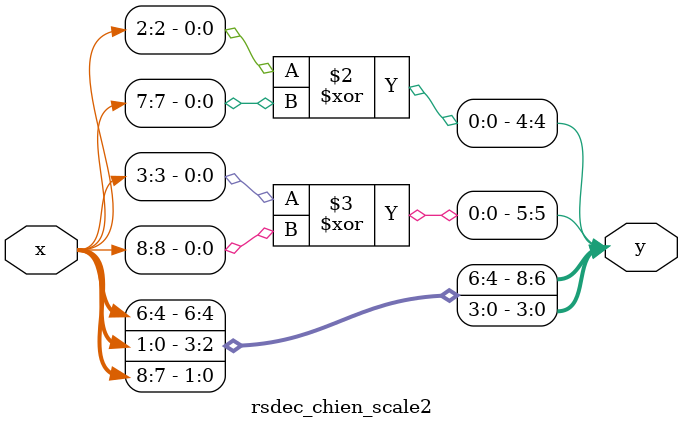
<source format=v>
module rsdec_chien_scale2 (y, x);
	input [8:0] x;
	output [8:0] y;
	reg [8:0] y;
	always @ (x)
	begin
		y[0] = x[7];
		y[1] = x[8];
		y[2] = x[0];
		y[3] = x[1];
		y[4] = x[2] ^ x[7];
		y[5] = x[3] ^ x[8];
		y[6] = x[4];
		y[7] = x[5];
		y[8] = x[6];
	end
endmodule
</source>
